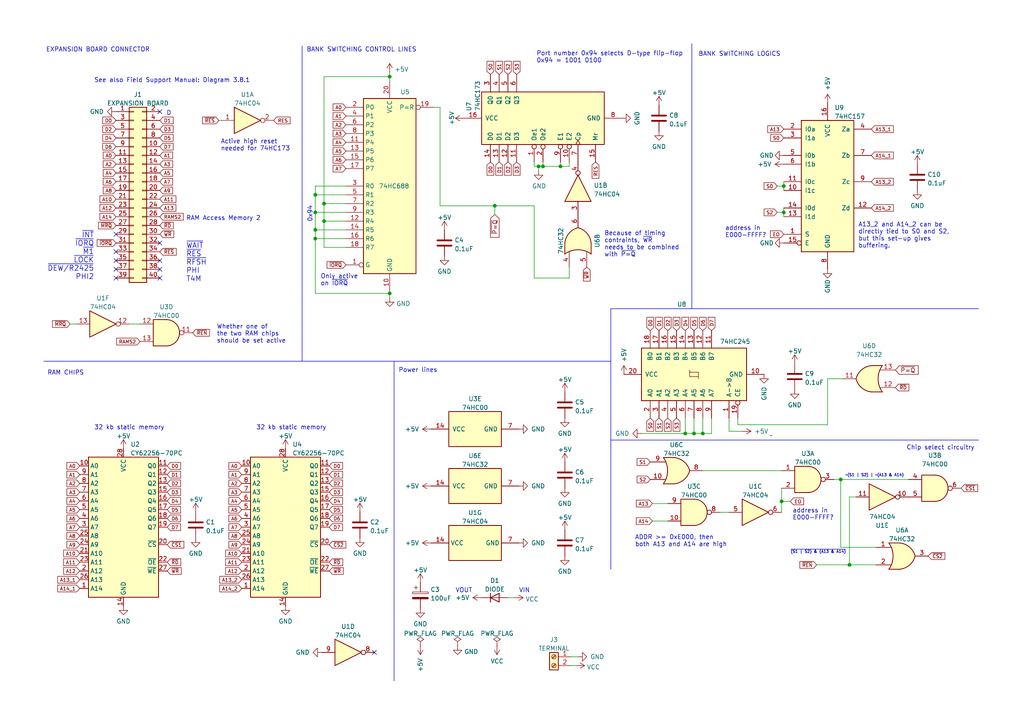
<source format=kicad_sch>
(kicad_sch (version 20230121) (generator eeschema)
  (paper "A4")
  (title_block (title "P2000T RAM expansion board") (date "2023-11-16") (rev "2"))
  (lib_symbols
    (symbol "74xx:74HC00" (pin_names (offset 1.016))
      (property "Reference" "U" (at 0 1.27 0))
      (property "Value" "74HC00" (at 0 -1.27 0))
      (symbol "74HC00_1_1"
        (pin input line (at -7.62 2.54 0) (length 3.81) (name "~") (number "1"))
        (pin input line (at -7.62 -2.54 0) (length 3.81) (name "~") (number "2"))
        (pin output inverted (at 7.62 0 180) (length 3.81) (name "~") (number "3"))
      )
      (symbol "74HC00_1_2"
        (pin input inverted (at -7.62 2.54 0) (length 4.318) (name "~") (number "1"))
        (pin input inverted (at -7.62 -2.54 0) (length 4.318) (name "~") (number "2"))
        (pin output line (at 7.62 0 180) (length 3.81) (name "~") (number "3"))
      )
      (symbol "74HC00_2_1"
        (pin input line (at -7.62 2.54 0) (length 3.81) (name "~") (number "4"))
        (pin input line (at -7.62 -2.54 0) (length 3.81) (name "~") (number "5"))
        (pin output inverted (at 7.62 0 180) (length 3.81) (name "~") (number "6"))
      )
      (symbol "74HC00_2_2"
        (pin input inverted (at -7.62 2.54 0) (length 4.318) (name "~") (number "4"))
        (pin input inverted (at -7.62 -2.54 0) (length 4.318) (name "~") (number "5"))
        (pin output line (at 7.62 0 180) (length 3.81) (name "~") (number "6"))
      )
      (symbol "74HC00_3_1"
        (pin input line (at -7.62 -2.54 0) (length 3.81) (name "~") (number "10"))
        (pin output inverted (at 7.62 0 180) (length 3.81) (name "~") (number "8"))
        (pin input line (at -7.62 2.54 0) (length 3.81) (name "~") (number "9"))
      )
      (symbol "74HC00_3_2"
        (pin input inverted (at -7.62 -2.54 0) (length 4.318) (name "~") (number "10"))
        (pin output line (at 7.62 0 180) (length 3.81) (name "~") (number "8"))
        (pin input inverted (at -7.62 2.54 0) (length 4.318) (name "~") (number "9"))
      )
      (symbol "74HC00_4_1"
        (pin output inverted (at 7.62 0 180) (length 3.81) (name "~") (number "11"))
        (pin input line (at -7.62 2.54 0) (length 3.81) (name "~") (number "12"))
        (pin input line (at -7.62 -2.54 0) (length 3.81) (name "~") (number "13"))
      )
      (symbol "74HC00_4_2"
        (pin output line (at 7.62 0 180) (length 3.81) (name "~") (number "11"))
        (pin input inverted (at -7.62 2.54 0) (length 4.318) (name "~") (number "12"))
        (pin input inverted (at -7.62 -2.54 0) (length 4.318) (name "~") (number "13"))
      )
      (symbol "74HC00_5_0"
        (pin power_in line (at 0 12.7 270) (length 5.08) (name "VCC") (number "14"))
        (pin power_in line (at 0 -12.7 90) (length 5.08) (name "GND") (number "7"))
      )
    )
    (symbol "74xx:74HC04"
      (property "Reference" "U" (at 0 1.27 0))
      (property "Value" "74HC04" (at 0 -1.27 0))
      (symbol "74HC04_1_0"
        (pin input line (at -7.62 0 0) (length 3.81) (name "~") (number "1"))
        (pin output inverted (at 7.62 0 180) (length 3.81) (name "~") (number "2"))
      )
      (symbol "74HC04_2_0"
        (pin input line (at -7.62 0 0) (length 3.81) (name "~") (number "3"))
        (pin output inverted (at 7.62 0 180) (length 3.81) (name "~") (number "4"))
      )
      (symbol "74HC04_3_0"
        (pin input line (at -7.62 0 0) (length 3.81) (name "~") (number "5"))
        (pin output inverted (at 7.62 0 180) (length 3.81) (name "~") (number "6"))
      )
      (symbol "74HC04_4_0"
        (pin output inverted (at 7.62 0 180) (length 3.81) (name "~") (number "8"))
        (pin input line (at -7.62 0 0) (length 3.81) (name "~") (number "9"))
      )
      (symbol "74HC04_5_0"
        (pin output inverted (at 7.62 0 180) (length 3.81) (name "~") (number "10"))
        (pin input line (at -7.62 0 0) (length 3.81) (name "~") (number "11"))
      )
      (symbol "74HC04_6_0"
        (pin output inverted (at 7.62 0 180) (length 3.81) (name "~") (number "12"))
        (pin input line (at -7.62 0 0) (length 3.81) (name "~") (number "13"))
      )
      (symbol "74HC04_7_0"
        (pin power_in line (at 0 12.7 270) (length 5.08) (name "VCC") (number "14"))
        (pin power_in line (at 0 -12.7 90) (length 5.08) (name "GND") (number "7"))
      )
    )
    (symbol "74xx:74LS157" (pin_names (offset 1.016))
      (property "Reference" "U" (at -7.62 19.05 0))
      (property "Value" "74LS157" (at -7.62 -21.59 0))
      (symbol "74LS157_1_0"
        (pin input line (at -12.7 -15.24 0) (length 5.08) (name "S") (number "1"))
        (pin input line (at -12.7 -2.54 0) (length 5.08) (name "I1c") (number "10"))
        (pin input line (at -12.7 0 0) (length 5.08) (name "I0c") (number "11"))
        (pin output line (at 12.7 -7.62 180) (length 5.08) (name "Zd") (number "12"))
        (pin input line (at -12.7 -10.16 0) (length 5.08) (name "I1d") (number "13"))
        (pin input line (at -12.7 -7.62 0) (length 5.08) (name "I0d") (number "14"))
        (pin input inverted (at -12.7 -17.78 0) (length 5.08) (name "E") (number "15"))
        (pin power_in line (at 0 22.86 270) (length 5.08) (name "VCC") (number "16"))
        (pin input line (at -12.7 15.24 0) (length 5.08) (name "I0a") (number "2"))
        (pin input line (at -12.7 12.7 0) (length 5.08) (name "I1a") (number "3"))
        (pin output line (at 12.7 15.24 180) (length 5.08) (name "Za") (number "4"))
        (pin input line (at -12.7 7.62 0) (length 5.08) (name "I0b") (number "5"))
        (pin input line (at -12.7 5.08 0) (length 5.08) (name "I1b") (number "6"))
        (pin output line (at 12.7 7.62 180) (length 5.08) (name "Zb") (number "7"))
        (pin power_in line (at 0 -25.4 90) (length 5.08) (name "GND") (number "8"))
        (pin output line (at 12.7 0 180) (length 5.08) (name "Zc") (number "9"))
      )
    )
    (symbol "74xx:74LS173" (pin_names (offset 1.016))
      (property "Reference" "U" (at -7.62 19.05 0))
      (property "Value" "74LS173" (at -7.62 -19.05 0))
      (symbol "74LS173_1_0"
        (pin input inverted (at -12.7 2.54 0) (length 5.08) (name "Oe1") (number "1"))
        (pin input inverted (at -12.7 -7.62 0) (length 5.08) (name "E2") (number "10"))
        (pin input line (at -12.7 7.62 0) (length 5.08) (name "D3") (number "11"))
        (pin input line (at -12.7 10.16 0) (length 5.08) (name "D2") (number "12"))
        (pin input line (at -12.7 12.7 0) (length 5.08) (name "D1") (number "13"))
        (pin input line (at -12.7 15.24 0) (length 5.08) (name "D0") (number "14"))
        (pin input line (at -12.7 -15.24 0) (length 5.08) (name "Mr") (number "15"))
        (pin power_in line (at 0 22.86 270) (length 5.08) (name "VCC") (number "16"))
        (pin input inverted (at -12.7 0 0) (length 5.08) (name "Oe2") (number "2"))
        (pin tri_state line (at 12.7 15.24 180) (length 5.08) (name "Q0") (number "3"))
        (pin tri_state line (at 12.7 12.7 180) (length 5.08) (name "Q1") (number "4"))
        (pin tri_state line (at 12.7 10.16 180) (length 5.08) (name "Q2") (number "5"))
        (pin tri_state line (at 12.7 7.62 180) (length 5.08) (name "Q3") (number "6"))
        (pin input clock (at -12.7 -10.16 0) (length 5.08) (name "Cp") (number "7"))
        (pin power_in line (at 0 -22.86 90) (length 5.08) (name "GND") (number "8"))
        (pin input inverted (at -12.7 -5.08 0) (length 5.08) (name "E1") (number "9"))
      )
    )
    (symbol "74xx:74LS245" (pin_names (offset 1.016))
      (property "Reference" "U8" (at 20.32 3.5814 90))
      (property "Value" "74HC245" (at 11.43 8.89 90))
      (symbol "74LS245_1_0"
        (pin input line (at -12.7 -10.16 0) (length 5.08) (name "A->B") (number "1"))
        (pin power_in line (at 0 -20.32 90) (length 5.08) (name "GND") (number "10"))
        (pin tri_state line (at 12.7 -5.08 180) (length 5.08) (name "B7") (number "11"))
        (pin tri_state line (at 12.7 -2.54 180) (length 5.08) (name "B6") (number "12"))
        (pin tri_state line (at 12.7 0 180) (length 5.08) (name "B5") (number "13"))
        (pin tri_state line (at 12.7 2.54 180) (length 5.08) (name "B4") (number "14"))
        (pin tri_state line (at 12.7 5.08 180) (length 5.08) (name "B3") (number "15"))
        (pin tri_state line (at 12.7 7.62 180) (length 5.08) (name "B2") (number "16"))
        (pin tri_state line (at 12.7 10.16 180) (length 5.08) (name "B1") (number "17"))
        (pin tri_state line (at 12.7 12.7 180) (length 5.08) (name "B0") (number "18"))
        (pin input inverted (at -12.7 -12.7 0) (length 5.08) (name "CE") (number "19"))
        (pin tri_state line (at -12.7 12.7 0) (length 5.08) (name "A0") (number "2"))
        (pin power_in line (at 0 20.32 270) (length 5.08) (name "VCC") (number "20"))
        (pin tri_state line (at -12.7 10.16 0) (length 5.08) (name "A1") (number "3"))
        (pin tri_state line (at -12.7 7.62 0) (length 5.08) (name "A2") (number "4"))
        (pin tri_state line (at -12.7 5.08 0) (length 5.08) (name "A3") (number "5"))
        (pin input line (at -12.7 2.54 0) (length 5.08) (name "A4") (number "6"))
        (pin input line (at -12.7 0 0) (length 5.08) (name "A5") (number "7"))
        (pin input line (at -12.7 -2.54 0) (length 5.08) (name "A6") (number "8"))
        (pin input line (at -12.7 -5.08 0) (length 5.08) (name "A7") (number "9"))
      )
    )
    (symbol "74xx:74LS32" (pin_names (offset 1.016))
      (property "Reference" "U" (at 0 1.27 0))
      (property "Value" "74LS32" (at 0 -1.27 0))
      (symbol "74LS32_1_1"
        (pin input line (at -7.62 2.54 0) (length 4.318) (name "~") (number "1"))
        (pin input line (at -7.62 -2.54 0) (length 4.318) (name "~") (number "2"))
        (pin output line (at 7.62 0 180) (length 3.81) (name "~") (number "3"))
      )
      (symbol "74LS32_1_2"
        (pin input inverted (at -7.62 2.54 0) (length 3.81) (name "~") (number "1"))
        (pin input inverted (at -7.62 -2.54 0) (length 3.81) (name "~") (number "2"))
        (pin output inverted (at 7.62 0 180) (length 3.81) (name "~") (number "3"))
      )
      (symbol "74LS32_2_1"
        (pin input line (at -7.62 2.54 0) (length 4.318) (name "~") (number "4"))
        (pin input line (at -7.62 -2.54 0) (length 4.318) (name "~") (number "5"))
        (pin output line (at 7.62 0 180) (length 3.81) (name "~") (number "6"))
      )
      (symbol "74LS32_2_2"
        (pin input inverted (at -7.62 2.54 0) (length 3.81) (name "~") (number "4"))
        (pin input inverted (at -7.62 -2.54 0) (length 3.81) (name "~") (number "5"))
        (pin output inverted (at 7.62 0 180) (length 3.81) (name "~") (number "6"))
      )
      (symbol "74LS32_3_1"
        (pin input line (at -7.62 -2.54 0) (length 4.318) (name "~") (number "10"))
        (pin output line (at 7.62 0 180) (length 3.81) (name "~") (number "8"))
        (pin input line (at -7.62 2.54 0) (length 4.318) (name "~") (number "9"))
      )
      (symbol "74LS32_3_2"
        (pin input inverted (at -7.62 -2.54 0) (length 3.81) (name "~") (number "10"))
        (pin output inverted (at 7.62 0 180) (length 3.81) (name "~") (number "8"))
        (pin input inverted (at -7.62 2.54 0) (length 3.81) (name "~") (number "9"))
      )
      (symbol "74LS32_4_1"
        (pin output line (at 7.62 0 180) (length 3.81) (name "~") (number "11"))
        (pin input line (at -7.62 2.54 0) (length 4.318) (name "~") (number "12"))
        (pin input line (at -7.62 -2.54 0) (length 4.318) (name "~") (number "13"))
      )
      (symbol "74LS32_4_2"
        (pin output inverted (at 7.62 0 180) (length 3.81) (name "~") (number "11"))
        (pin input inverted (at -7.62 2.54 0) (length 3.81) (name "~") (number "12"))
        (pin input inverted (at -7.62 -2.54 0) (length 3.81) (name "~") (number "13"))
      )
      (symbol "74LS32_5_0"
        (pin power_in line (at 0 12.7 270) (length 5.08) (name "VCC") (number "14"))
        (pin power_in line (at 0 -12.7 90) (length 5.08) (name "GND") (number "7"))
      )
    )
    (symbol "74xx:74LS688"
      (property "Reference" "U" (at -7.62 26.67 0))
      (property "Value" "74LS688" (at -7.62 -26.67 0))
      (symbol "74LS688_1_0"
        (pin input inverted (at -12.7 -22.86 0) (length 5.08) (name "G") (number "1"))
        (pin power_in line (at 0 -30.48 90) (length 5.08) (name "GND") (number "10"))
        (pin input line (at -12.7 12.7 0) (length 5.08) (name "P4") (number "11"))
        (pin input line (at -12.7 -10.16 0) (length 5.08) (name "R4") (number "12"))
        (pin input line (at -12.7 10.16 0) (length 5.08) (name "P5") (number "13"))
        (pin input line (at -12.7 -12.7 0) (length 5.08) (name "R5") (number "14"))
        (pin input line (at -12.7 7.62 0) (length 5.08) (name "P6") (number "15"))
        (pin input line (at -12.7 -15.24 0) (length 5.08) (name "R6") (number "16"))
        (pin input line (at -12.7 5.08 0) (length 5.08) (name "P7") (number "17"))
        (pin input line (at -12.7 -17.78 0) (length 5.08) (name "R7") (number "18"))
        (pin output inverted (at 12.7 22.86 180) (length 5.08) (name "P=R") (number "19"))
        (pin input line (at -12.7 22.86 0) (length 5.08) (name "P0") (number "2"))
        (pin power_in line (at 0 30.48 270) (length 5.08) (name "VCC") (number "20"))
        (pin input line (at -12.7 0 0) (length 5.08) (name "R0") (number "3"))
        (pin input line (at -12.7 20.32 0) (length 5.08) (name "P1") (number "4"))
        (pin input line (at -12.7 -2.54 0) (length 5.08) (name "R1") (number "5"))
        (pin input line (at -12.7 17.78 0) (length 5.08) (name "P2") (number "6"))
        (pin input line (at -12.7 -5.08 0) (length 5.08) (name "R2") (number "7"))
        (pin input line (at -12.7 15.24 0) (length 5.08) (name "P3") (number "8"))
        (pin input line (at -12.7 -7.62 0) (length 5.08) (name "R3") (number "9"))
      )
    )
    (symbol "Connector:Screw_Terminal_01x02" (pin_names (offset 1.016) hide)
      (property "Reference" "J" (at 0 2.54 0))
      (property "Value" "Screw_Terminal_01x02" (at 0 -5.08 0))
      (symbol "Screw_Terminal_01x02_1_1"
        (pin passive line (at -5.08 0 0) (length 3.81) (name "Pin_1") (number "1"))
        (pin passive line (at -5.08 -2.54 0) (length 3.81) (name "Pin_2") (number "2"))
      )
    )
    (symbol "Connector_Generic:Conn_02x20_Odd_Even" (pin_names (offset 1.016) hide)
      (property "Reference" "J" (at 1.27 25.4 0))
      (property "Value" "Conn_02x20_Odd_Even" (at 1.27 -27.94 0))
      (symbol "Conn_02x20_Odd_Even_1_1"
        (pin passive line (at -5.08 22.86 0) (length 3.81) (name "Pin_1") (number "1"))
        (pin passive line (at 7.62 12.7 180) (length 3.81) (name "Pin_10") (number "10"))
        (pin passive line (at -5.08 10.16 0) (length 3.81) (name "Pin_11") (number "11"))
        (pin passive line (at 7.62 10.16 180) (length 3.81) (name "Pin_12") (number "12"))
        (pin passive line (at -5.08 7.62 0) (length 3.81) (name "Pin_13") (number "13"))
        (pin passive line (at 7.62 7.62 180) (length 3.81) (name "Pin_14") (number "14"))
        (pin passive line (at -5.08 5.08 0) (length 3.81) (name "Pin_15") (number "15"))
        (pin passive line (at 7.62 5.08 180) (length 3.81) (name "Pin_16") (number "16"))
        (pin passive line (at -5.08 2.54 0) (length 3.81) (name "Pin_17") (number "17"))
        (pin passive line (at 7.62 2.54 180) (length 3.81) (name "Pin_18") (number "18"))
        (pin passive line (at -5.08 0 0) (length 3.81) (name "Pin_19") (number "19"))
        (pin passive line (at 7.62 22.86 180) (length 3.81) (name "Pin_2") (number "2"))
        (pin passive line (at 7.62 0 180) (length 3.81) (name "Pin_20") (number "20"))
        (pin passive line (at -5.08 -2.54 0) (length 3.81) (name "Pin_21") (number "21"))
        (pin passive line (at 7.62 -2.54 180) (length 3.81) (name "Pin_22") (number "22"))
        (pin passive line (at -5.08 -5.08 0) (length 3.81) (name "Pin_23") (number "23"))
        (pin passive line (at 7.62 -5.08 180) (length 3.81) (name "Pin_24") (number "24"))
        (pin passive line (at -5.08 -7.62 0) (length 3.81) (name "Pin_25") (number "25"))
        (pin passive line (at 7.62 -7.62 180) (length 3.81) (name "Pin_26") (number "26"))
        (pin passive line (at -5.08 -10.16 0) (length 3.81) (name "Pin_27") (number "27"))
        (pin passive line (at 7.62 -10.16 180) (length 3.81) (name "Pin_28") (number "28"))
        (pin passive line (at -5.08 -12.7 0) (length 3.81) (name "Pin_29") (number "29"))
        (pin passive line (at -5.08 20.32 0) (length 3.81) (name "Pin_3") (number "3"))
        (pin passive line (at 7.62 -12.7 180) (length 3.81) (name "Pin_30") (number "30"))
        (pin passive line (at -5.08 -15.24 0) (length 3.81) (name "Pin_31") (number "31"))
        (pin passive line (at 7.62 -15.24 180) (length 3.81) (name "Pin_32") (number "32"))
        (pin passive line (at -5.08 -17.78 0) (length 3.81) (name "Pin_33") (number "33"))
        (pin passive line (at 7.62 -17.78 180) (length 3.81) (name "Pin_34") (number "34"))
        (pin passive line (at -5.08 -20.32 0) (length 3.81) (name "Pin_35") (number "35"))
        (pin passive line (at 7.62 -20.32 180) (length 3.81) (name "Pin_36") (number "36"))
        (pin passive line (at -5.08 -22.86 0) (length 3.81) (name "Pin_37") (number "37"))
        (pin passive line (at 7.62 -22.86 180) (length 3.81) (name "Pin_38") (number "38"))
        (pin passive line (at -5.08 -25.4 0) (length 3.81) (name "Pin_39") (number "39"))
        (pin passive line (at 7.62 20.32 180) (length 3.81) (name "Pin_4") (number "4"))
        (pin passive line (at 7.62 -25.4 180) (length 3.81) (name "Pin_40") (number "40"))
        (pin passive line (at -5.08 17.78 0) (length 3.81) (name "Pin_5") (number "5"))
        (pin passive line (at 7.62 17.78 180) (length 3.81) (name "Pin_6") (number "6"))
        (pin passive line (at -5.08 15.24 0) (length 3.81) (name "Pin_7") (number "7"))
        (pin passive line (at 7.62 15.24 180) (length 3.81) (name "Pin_8") (number "8"))
        (pin passive line (at -5.08 12.7 0) (length 3.81) (name "Pin_9") (number "9"))
      )
    )
    (symbol "Device:C" (pin_numbers hide) (pin_names (offset 0.254))
      (property "Reference" "C" (at 0.635 2.54 0))
      (property "Value" "C" (at 0.635 -2.54 0))
      (symbol "C_1_1"
        (pin passive line (at 0 3.81 270) (length 2.794) (name "~") (number "1"))
        (pin passive line (at 0 -3.81 90) (length 2.794) (name "~") (number "2"))
      )
    )
    (symbol "Device:C_Polarized" (pin_numbers hide) (pin_names (offset 0.254))
      (property "Reference" "C" (at 0.635 2.54 0))
      (property "Value" "C_Polarized" (at 0.635 -2.54 0))
      (symbol "C_Polarized_1_1"
        (pin passive line (at 0 3.81 270) (length 2.794) (name "~") (number "1"))
        (pin passive line (at 0 -3.81 90) (length 2.794) (name "~") (number "2"))
      )
    )
    (symbol "Device:D" (pin_numbers hide) (pin_names (offset 1.016) hide)
      (property "Reference" "D" (at 0 2.54 0))
      (property "Value" "D" (at 0 -2.54 0))
      (symbol "D_1_1"
        (pin passive line (at -3.81 0 0) (length 2.54) (name "K") (number "1"))
        (pin passive line (at 3.81 0 180) (length 2.54) (name "A") (number "2"))
      )
    )
    (symbol "Memory_RAM:CY62256-70PC"
      (property "Reference" "U" (at -10.16 20.955 0))
      (property "Value" "CY62256-70PC" (at 2.54 20.955 0))
      (symbol "CY62256-70PC_0_0"
        (pin power_in line (at 0 -22.86 90) (length 2.54) (name "GND") (number "14"))
        (pin power_in line (at 0 22.86 270) (length 2.54) (name "VCC") (number "28"))
      )
      (symbol "CY62256-70PC_1_1"
        (pin input line (at -12.7 -17.78 0) (length 2.54) (name "A14") (number "1"))
        (pin input line (at -12.7 17.78 0) (length 2.54) (name "A0") (number "10"))
        (pin tri_state line (at 12.7 17.78 180) (length 2.54) (name "Q0") (number "11"))
        (pin tri_state line (at 12.7 15.24 180) (length 2.54) (name "Q1") (number "12"))
        (pin tri_state line (at 12.7 12.7 180) (length 2.54) (name "Q2") (number "13"))
        (pin tri_state line (at 12.7 10.16 180) (length 2.54) (name "Q3") (number "15"))
        (pin tri_state line (at 12.7 7.62 180) (length 2.54) (name "Q4") (number "16"))
        (pin tri_state line (at 12.7 5.08 180) (length 2.54) (name "Q5") (number "17"))
        (pin tri_state line (at 12.7 2.54 180) (length 2.54) (name "Q6") (number "18"))
        (pin tri_state line (at 12.7 0 180) (length 2.54) (name "Q7") (number "19"))
        (pin input line (at -12.7 -12.7 0) (length 2.54) (name "A12") (number "2"))
        (pin input line (at 12.7 -5.08 180) (length 2.54) (name "~{CS}") (number "20"))
        (pin input line (at -12.7 -7.62 0) (length 2.54) (name "A10") (number "21"))
        (pin input line (at 12.7 -10.16 180) (length 2.54) (name "~{OE}") (number "22"))
        (pin input line (at -12.7 -10.16 0) (length 2.54) (name "A11") (number "23"))
        (pin input line (at -12.7 -5.08 0) (length 2.54) (name "A9") (number "24"))
        (pin input line (at -12.7 -2.54 0) (length 2.54) (name "A8") (number "25"))
        (pin input line (at -12.7 -15.24 0) (length 2.54) (name "A13") (number "26"))
        (pin input line (at 12.7 -12.7 180) (length 2.54) (name "~{WE}") (number "27"))
        (pin input line (at -12.7 0 0) (length 2.54) (name "A7") (number "3"))
        (pin input line (at -12.7 2.54 0) (length 2.54) (name "A6") (number "4"))
        (pin input line (at -12.7 5.08 0) (length 2.54) (name "A5") (number "5"))
        (pin input line (at -12.7 7.62 0) (length 2.54) (name "A4") (number "6"))
        (pin input line (at -12.7 10.16 0) (length 2.54) (name "A3") (number "7"))
        (pin input line (at -12.7 12.7 0) (length 2.54) (name "A2") (number "8"))
        (pin input line (at -12.7 15.24 0) (length 2.54) (name "A1") (number "9"))
      )
    )
    (symbol "power:+5V" (power) (pin_names (offset 0))
      (property "Value" "+5V" (at 0 3.556 0))
      (symbol "+5V_1_1"
        (pin power_in line (at 0 0 90) (length 0) hide (name "+5V") (number "1"))
      )
    )
    (symbol "power:GND" (power) (pin_names (offset 0))
      (property "Value" "GND" (at 0 -3.81 0))
      (symbol "GND_1_1"
        (pin power_in line (at 0 0 270) (length 0) hide (name "GND") (number "1"))
      )
    )
    (symbol "power:PWR_FLAG" (power) (pin_numbers hide) (pin_names (offset 0) hide)
      (property "Value" "PWR_FLAG" (at 0 3.81 0))
      (symbol "PWR_FLAG_0_0"
        (pin power_out line (at 0 0 90) (length 0) (name "pwr") (number "1"))
      )
    )
    (symbol "power:VCC" (power) (pin_names (offset 0))
      (property "Value" "VCC" (at 0 3.81 0))
      (symbol "VCC_1_1"
        (pin power_in line (at 0 0 90) (length 0) hide (name "VCC") (number "1"))
      )
    )
  )
  (junction (at 201.295 125.73))
  (junction (at 156.21 48.26))
  (junction (at 203.835 125.73))
  (junction (at 91.44 66.675))
  (junction (at 91.44 69.215))
  (junction (at 143.51 59.69))
  (junction (at 113.03 85.09))
  (junction (at 227.33 53.975))
  (junction (at 243.84 139.065))
  (junction (at 198.755 125.73))
  (junction (at 93.98 59.055))
  (junction (at 113.03 22.225))
  (junction (at 246.38 163.83))
  (junction (at 226.695 145.415))
  (junction (at 91.44 61.595))
  (junction (at 227.33 61.595))
  (junction (at 93.98 64.135))
  (junction (at 157.48 48.26))
  (junction (at 162.56 48.26))
  (junction (at 91.44 56.515))
  (no_connect (at 46.355 80.645))
  (no_connect (at 33.655 75.565))
  (no_connect (at 46.355 70.485))
  (no_connect (at 33.655 80.645))
  (no_connect (at 33.655 78.105))
  (no_connect (at 46.355 75.565))
  (no_connect (at 46.355 32.385))
  (no_connect (at 46.355 78.105))
  (no_connect (at 33.655 73.025))
  (no_connect (at 108.585 189.23))
  (no_connect (at 33.655 67.945))
  (wire (pts (xy 91.44 53.975) (xy 91.44 56.515)))
  (wire (pts (xy 243.84 139.065) (xy 243.84 158.75)))
  (polyline (pts (xy 200.66 89.535) (xy 283.845 89.535)))
  (wire (pts (xy 227.33 61.595) (xy 227.33 62.865)))
  (wire (pts (xy 227.33 61.595) (xy 227.33 60.325)))
  (wire (pts (xy 127.635 31.115) (xy 127.635 59.69)))
  (wire (pts (xy 243.84 139.065) (xy 241.935 139.065)))
  (wire (pts (xy 201.295 125.73) (xy 203.835 125.73)))
  (wire (pts (xy 154.94 80.645) (xy 165.1 80.645)))
  (wire (pts (xy 240.03 109.855) (xy 240.03 123.19)))
  (wire (pts (xy 167.64 190.5) (xy 165.735 190.5)))
  (polyline (pts (xy 200.66 89.535) (xy 177.165 89.535)))
  (polyline (pts (xy 87.63 13.335) (xy 87.63 104.775)))
  (wire (pts (xy 243.84 139.065) (xy 263.525 139.065)))
  (wire (pts (xy 154.94 48.26) (xy 154.94 46.99)))
  (wire (pts (xy 248.285 144.145) (xy 246.38 144.145)))
  (wire (pts (xy 236.855 163.83) (xy 246.38 163.83)))
  (wire (pts (xy 100.33 71.755) (xy 93.98 71.755)))
  (wire (pts (xy 127.635 59.69) (xy 143.51 59.69)))
  (wire (pts (xy 113.03 85.09) (xy 113.03 86.36)))
  (wire (pts (xy 93.98 22.225) (xy 113.03 22.225)))
  (wire (pts (xy 100.33 59.055) (xy 93.98 59.055)))
  (polyline (pts (xy 200.66 12.7) (xy 200.66 89.535)))
  (wire (pts (xy 189.23 151.13) (xy 193.675 151.13)))
  (wire (pts (xy 91.44 56.515) (xy 91.44 61.595)))
  (wire (pts (xy 213.995 121.285) (xy 213.995 123.19)))
  (polyline (pts (xy 114.3 104.775) (xy 114.3 197.485)))
  (wire (pts (xy 93.98 22.225) (xy 93.98 59.055)))
  (polyline (pts (xy 177.165 127.635) (xy 283.845 127.635)))
  (wire (pts (xy 149.225 173.355) (xy 147.32 173.355)))
  (wire (pts (xy 165.1 46.99) (xy 165.1 48.26)))
  (wire (pts (xy 93.98 64.135) (xy 93.98 59.055)))
  (wire (pts (xy 189.23 146.05) (xy 193.675 146.05)))
  (wire (pts (xy 208.915 148.59) (xy 211.455 148.59)))
  (wire (pts (xy 125.73 31.115) (xy 127.635 31.115)))
  (wire (pts (xy 20.32 93.98) (xy 22.225 93.98)))
  (wire (pts (xy 162.56 48.26) (xy 162.56 46.99)))
  (wire (pts (xy 225.425 61.595) (xy 227.33 61.595)))
  (wire (pts (xy 143.51 59.69) (xy 143.51 62.23)))
  (wire (pts (xy 157.48 48.26) (xy 162.56 48.26)))
  (wire (pts (xy 91.44 66.675) (xy 100.33 66.675)))
  (wire (pts (xy 162.56 48.26) (xy 165.1 48.26)))
  (wire (pts (xy 91.44 69.215) (xy 100.33 69.215)))
  (wire (pts (xy 165.735 193.04) (xy 167.005 193.04)))
  (wire (pts (xy 203.835 121.285) (xy 203.835 125.73)))
  (wire (pts (xy 63.5 34.925) (xy 64.135 34.925)))
  (wire (pts (xy 198.755 121.285) (xy 198.755 125.73)))
  (wire (pts (xy 246.38 144.145) (xy 246.38 163.83)))
  (wire (pts (xy 157.48 48.26) (xy 157.48 46.99)))
  (wire (pts (xy 113.03 22.225) (xy 113.03 23.495)))
  (wire (pts (xy 186.055 125.73) (xy 198.755 125.73)))
  (wire (pts (xy 203.835 125.73) (xy 206.375 125.73)))
  (polyline (pts (xy 223.393 126.365) (xy 223.901 126.365)))
  (polyline (pts (xy 12.7 104.775) (xy 87.63 104.775)))
  (wire (pts (xy 226.695 141.605) (xy 226.695 145.415)))
  (wire (pts (xy 243.84 158.75) (xy 254 158.75)))
  (wire (pts (xy 227.33 53.975) (xy 227.33 55.245)))
  (wire (pts (xy 37.465 93.98) (xy 40.64 93.98)))
  (polyline (pts (xy 177.165 89.535) (xy 177.165 165.1)))
  (polyline (pts (xy 87.63 104.775) (xy 177.165 104.775)))
  (wire (pts (xy 91.44 69.215) (xy 91.44 85.09)))
  (wire (pts (xy 156.21 48.26) (xy 154.94 48.26)))
  (wire (pts (xy 156.21 49.53) (xy 156.21 48.26)))
  (wire (pts (xy 113.03 84.455) (xy 113.03 85.09)))
  (wire (pts (xy 154.94 59.69) (xy 154.94 80.645)))
  (wire (pts (xy 226.695 145.415) (xy 226.695 148.59)))
  (wire (pts (xy 206.375 125.73) (xy 206.375 121.285)))
  (wire (pts (xy 227.33 53.975) (xy 227.33 52.705)))
  (wire (pts (xy 211.455 121.285) (xy 211.455 125.095)))
  (wire (pts (xy 100.33 53.975) (xy 91.44 53.975)))
  (wire (pts (xy 93.98 71.755) (xy 93.98 64.135)))
  (wire (pts (xy 91.44 61.595) (xy 100.33 61.595)))
  (wire (pts (xy 91.44 66.675) (xy 91.44 69.215)))
  (wire (pts (xy 113.03 85.09) (xy 91.44 85.09)))
  (wire (pts (xy 156.21 48.26) (xy 157.48 48.26)))
  (wire (pts (xy 246.38 163.83) (xy 254 163.83)))
  (wire (pts (xy 113.03 20.955) (xy 113.03 22.225)))
  (wire (pts (xy 198.755 125.73) (xy 201.295 125.73)))
  (wire (pts (xy 203.835 136.525) (xy 226.695 136.525)))
  (wire (pts (xy 100.33 64.135) (xy 93.98 64.135)))
  (wire (pts (xy 91.44 56.515) (xy 100.33 56.515)))
  (wire (pts (xy 240.03 123.19) (xy 213.995 123.19)))
  (wire (pts (xy 201.295 121.285) (xy 201.295 125.73)))
  (wire (pts (xy 244.475 109.855) (xy 240.03 109.855)))
  (wire (pts (xy 225.425 53.975) (xy 227.33 53.975)))
  (wire (pts (xy 143.51 59.69) (xy 154.94 59.69)))
  (wire (pts (xy 91.44 61.595) (xy 91.44 66.675)))
  (wire (pts (xy 211.455 125.095) (xy 215.265 125.095)))
  (wire (pts (xy 165.1 80.645) (xy 165.1 77.47)))
  (wire (pts (xy 226.695 145.415) (xy 229.235 145.415)))
  (text "VIN" (at 150.495 172.085 0) (effects (font (size 1.27 1.27)) (justify left bottom)))
  (text "EXPANSION BOARD CONNECTOR" (at 13.335 15.24 0) (effects (font (size 1.27 1.27)) (justify left bottom)))
  (text "0x94" (at 90.678 64.516 90) (effects (font (size 1.27 1.27)) (justify left bottom)))
  (text "VOUT" (at 132.08 172.085 0) (effects (font (size 1.27 1.27)) (justify left bottom)))
  (text "32 kb static memory" (at 74.295 124.841 0) (effects (font (size 1.27 1.27)) (justify left bottom)))
  (text "~{INT}\n~{IORQ}\n~{M1}\n~{LOCK}\n~{DEW/R2425}\nPHI2" (at 27.305 81.28 0) (effects (font (size 1.5 1.5)) (justify right bottom)))
  (text "D" (at 48.26 33.655 0) (effects (font (size 1.27 1.27)) (justify left bottom)))
  (text "Only active\non ~{IORQ}" (at 92.964 83.058 0) (effects (font (size 1.27 1.27)) (justify left bottom)))
  (text "RAM Access Memory 2" (at 53.975 64.135 0) (effects (font (size 1.27 1.27)) (justify left bottom)))
  (text "address in\nE000-FFFF?" (at 229.87 151.003 0) (effects (font (size 1.27 1.27)) (justify left bottom)))
  (text "Because of timing\ncontraints, ~{WR}\nneeds to be combined\nwith ~{P=Q}" (at 175.26 74.676 0) (effects (font (size 1.27 1.27)) (justify left bottom)))
  (text "BANK SWITCHING LOGICS" (at 202.565 16.51 0) (effects (font (size 1.27 1.27)) (justify left bottom)))
  (text "address in\nE000-FFFF?" (at 210.312 69.088 0) (effects (font (size 1.27 1.27)) (justify left bottom)))
  (text "RAM CHIPS" (at 13.716 108.966 0) (effects (font (size 1.27 1.27)) (justify left bottom)))
  (text "See also Field Support Manual: Diagram 3.8.1" (at 27.305 24.13 0) (effects (font (size 1.27 1.27)) (justify left bottom)))
  (text "~{(S1 | S2) & (A13 & A14)}" (at 229.235 160.655 0) (effects (font (size 0.8 0.8)) (justify left bottom)))
  (text "Power lines" (at 115.57 108.204 0) (effects (font (size 1.27 1.27)) (justify left bottom)))
  (text "Chip select circuitry" (at 262.89 130.683 0) (effects (font (size 1.27 1.27)) (justify left bottom)))
  (text "BANK SWITCHING CONTROL LINES" (at 88.9 15.24 0) (effects (font (size 1.27 1.27)) (justify left bottom)))
  (text "32 kb static memory" (at 27.305 124.841 0) (effects (font (size 1.27 1.27)) (justify left bottom)))
  (text "A13_2 and A14_2 can be\ndirectly tied to S0 and S2,\nbut this set-up gives\nbuffering." (at 248.92 72.136 0) (effects (font (size 1.27 1.27)) (justify left bottom)))
  (text "ADDR >= 0xE000, then \nboth A13 and A14 are high" (at 184.15 158.75 0) (effects (font (size 1.27 1.27)) (justify left bottom)))
  (text "~{WAIT}\n~{RES}\n~{RFSH}\nPHI\nT4M" (at 53.975 81.915 0) (effects (font (size 1.5 1.5)) (justify left bottom)))
  (text "Active high reset\nneeded for 74HC173" (at 64.008 43.942 0) (effects (font (size 1.27 1.27)) (justify left bottom)))
  (text "Whether one of\nthe two RAM chips \nshould be set active" (at 62.865 99.695 0) (effects (font (size 1.27 1.27)) (justify left bottom)))
  (text "Port number 0x94 selects D-type flip-flop\n0x94 = 1001 0100" (at 155.575 18.415 0) (effects (font (size 1.27 1.27)) (justify left bottom)))
  (text "~(S1 | S2) | ~(A13 & A14)" (at 245.11 138.43 0) (effects (font (size 0.8 0.8)) (justify left bottom)))
  (global_label "~{CS1}" (shape input) (at 278.765 141.605 0) (effects (font (size 1 1))) (property "Intersheetrefs" "${INTERSHEET_REFS}" (effects hide)))
  (global_label "A13_1" (shape input) (at 252.73 37.465 0) (effects (font (size 1 1))) (property "Intersheetrefs" "${INTERSHEET_REFS}" (effects hide)))
  (global_label "A3" (shape input) (at 70.104 142.748 180) (effects (font (size 1 1))) (property "Intersheetrefs" "${INTERSHEET_REFS}" (effects hide)))
  (global_label "~{P=Q}" (shape input) (at 143.51 62.23 270) (property "Intersheetrefs" "${INTERSHEET_REFS}" (effects hide)))
  (global_label "D1" (shape input) (at 95.504 137.668 0) (effects (font (size 1 1))) (property "Intersheetrefs" "${INTERSHEET_REFS}" (effects hide)))
  (global_label "A2" (shape input) (at 100.33 36.195 180) (effects (font (size 1 1))) (property "Intersheetrefs" "${INTERSHEET_REFS}" (effects hide)))
  (global_label "A8" (shape input) (at 33.655 55.245 180) (effects (font (size 1 1))) (property "Intersheetrefs" "${INTERSHEET_REFS}" (effects hide)))
  (global_label "A10" (shape input) (at 23.114 160.528 180) (effects (font (size 1 1))) (property "Intersheetrefs" "${INTERSHEET_REFS}" (effects hide)))
  (global_label "S1" (shape input) (at 188.595 133.985 180) (effects (font (size 1 1))) (property "Intersheetrefs" "${INTERSHEET_REFS}" (effects hide)))
  (global_label "D5" (shape input) (at 95.504 147.828 0) (effects (font (size 1 1))) (property "Intersheetrefs" "${INTERSHEET_REFS}" (effects hide)))
  (global_label "A4" (shape input) (at 23.114 145.288 180) (effects (font (size 1 1))) (property "Intersheetrefs" "${INTERSHEET_REFS}" (effects hide)))
  (global_label "~{MRQ}" (shape input) (at 20.32 93.98 180) (effects (font (size 1 1))) (property "Intersheetrefs" "${INTERSHEET_REFS}" (effects hide)))
  (global_label "A2" (shape input) (at 70.104 140.208 180) (effects (font (size 1 1))) (property "Intersheetrefs" "${INTERSHEET_REFS}" (effects hide)))
  (global_label "A14_1" (shape input) (at 252.73 45.085 0) (effects (font (size 1 1))) (property "Intersheetrefs" "${INTERSHEET_REFS}" (effects hide)))
  (global_label "D7" (shape input) (at 206.375 95.885 90) (effects (font (size 1 1))) (property "Intersheetrefs" "${INTERSHEET_REFS}" (effects hide)))
  (global_label "A10" (shape input) (at 70.104 160.528 180) (effects (font (size 1 1))) (property "Intersheetrefs" "${INTERSHEET_REFS}" (effects hide)))
  (global_label "~{REN}" (shape input) (at 55.88 96.52 0) (effects (font (size 1 1))) (property "Intersheetrefs" "${INTERSHEET_REFS}" (effects hide)))
  (global_label "A3" (shape input) (at 100.33 38.735 180) (effects (font (size 1 1))) (property "Intersheetrefs" "${INTERSHEET_REFS}" (effects hide)))
  (global_label "D0" (shape input) (at 48.514 135.128 0) (effects (font (size 1 1))) (property "Intersheetrefs" "${INTERSHEET_REFS}" (effects hide)))
  (global_label "A13_2" (shape input) (at 70.104 168.148 180) (effects (font (size 1 1))) (property "Intersheetrefs" "${INTERSHEET_REFS}" (effects hide)))
  (global_label "S2" (shape input) (at 225.425 61.595 180) (effects (font (size 1 1))) (property "Intersheetrefs" "${INTERSHEET_REFS}" (effects hide)))
  (global_label "A6" (shape input) (at 33.655 52.705 180) (effects (font (size 1 1))) (property "Intersheetrefs" "${INTERSHEET_REFS}" (effects hide)))
  (global_label "A5" (shape input) (at 70.104 147.828 180) (effects (font (size 1 1))) (property "Intersheetrefs" "${INTERSHEET_REFS}" (effects hide)))
  (global_label "D4" (shape input) (at 33.655 40.005 180) (effects (font (size 1 1))) (property "Intersheetrefs" "${INTERSHEET_REFS}" (effects hide)))
  (global_label "D7" (shape input) (at 46.355 42.545 0) (effects (font (size 1 1))) (property "Intersheetrefs" "${INTERSHEET_REFS}" (effects hide)))
  (global_label "D0" (shape input) (at 188.595 95.885 90) (effects (font (size 1 1))) (property "Intersheetrefs" "${INTERSHEET_REFS}" (effects hide)))
  (global_label "D1" (shape input) (at 144.78 46.99 270) (effects (font (size 1 1))) (property "Intersheetrefs" "${INTERSHEET_REFS}" (effects hide)))
  (global_label "D3" (shape input) (at 149.86 46.99 270) (effects (font (size 1 1))) (property "Intersheetrefs" "${INTERSHEET_REFS}" (effects hide)))
  (global_label "A8" (shape input) (at 70.104 155.448 180) (effects (font (size 1 1))) (property "Intersheetrefs" "${INTERSHEET_REFS}" (effects hide)))
  (global_label "A12" (shape input) (at 23.114 165.608 180) (effects (font (size 1 1))) (property "Intersheetrefs" "${INTERSHEET_REFS}" (effects hide)))
  (global_label "A6" (shape input) (at 100.33 46.355 180) (effects (font (size 1 1))) (property "Intersheetrefs" "${INTERSHEET_REFS}" (effects hide)))
  (global_label "~{RD}" (shape input) (at 46.355 65.405 0) (effects (font (size 1 1))) (property "Intersheetrefs" "${INTERSHEET_REFS}" (effects hide)))
  (global_label "~{REN}" (shape input) (at 236.855 163.83 180) (effects (font (size 1 1))) (property "Intersheetrefs" "${INTERSHEET_REFS}" (effects hide)))
  (global_label "A6" (shape input) (at 70.104 150.368 180) (effects (font (size 1 1))) (property "Intersheetrefs" "${INTERSHEET_REFS}" (effects hide)))
  (global_label "A10" (shape input) (at 33.655 57.785 180) (effects (font (size 1 1))) (property "Intersheetrefs" "${INTERSHEET_REFS}" (effects hide)))
  (global_label "D5" (shape input) (at 201.295 95.885 90) (effects (font (size 1 1))) (property "Intersheetrefs" "${INTERSHEET_REFS}" (effects hide)))
  (global_label "~{RD}" (shape input) (at 259.715 112.395 0) (effects (font (size 1 1))) (property "Intersheetrefs" "${INTERSHEET_REFS}" (effects hide)))
  (global_label "S3" (shape input) (at 196.215 121.285 270) (effects (font (size 1 1))) (property "Intersheetrefs" "${INTERSHEET_REFS}" (effects hide)))
  (global_label "D3" (shape input) (at 46.355 37.465 0) (effects (font (size 1 1))) (property "Intersheetrefs" "${INTERSHEET_REFS}" (effects hide)))
  (global_label "A2" (shape input) (at 33.655 47.625 180) (effects (font (size 1 1))) (property "Intersheetrefs" "${INTERSHEET_REFS}" (effects hide)))
  (global_label "A13_2" (shape input) (at 252.73 52.705 0) (effects (font (size 1 1))) (property "Intersheetrefs" "${INTERSHEET_REFS}" (effects hide)))
  (global_label "D0" (shape input) (at 142.24 46.99 270) (effects (font (size 1 1))) (property "Intersheetrefs" "${INTERSHEET_REFS}" (effects hide)))
  (global_label "D3" (shape input) (at 95.504 142.748 0) (effects (font (size 1 1))) (property "Intersheetrefs" "${INTERSHEET_REFS}" (effects hide)))
  (global_label "A13" (shape input) (at 189.23 146.05 180) (effects (font (size 1 1))) (property "Intersheetrefs" "${INTERSHEET_REFS}" (effects hide)))
  (global_label "D6" (shape input) (at 33.655 42.545 180) (effects (font (size 1 1))) (property "Intersheetrefs" "${INTERSHEET_REFS}" (effects hide)))
  (global_label "RES" (shape input) (at 172.72 46.99 270) (effects (font (size 1 1))) (property "Intersheetrefs" "${INTERSHEET_REFS}" (effects hide)))
  (global_label "A14_2" (shape input) (at 252.73 60.325 0) (effects (font (size 1 1))) (property "Intersheetrefs" "${INTERSHEET_REFS}" (effects hide)))
  (global_label "S0" (shape input) (at 188.595 121.285 270) (effects (font (size 1 1))) (property "Intersheetrefs" "${INTERSHEET_REFS}" (effects hide)))
  (global_label "D5" (shape input) (at 46.355 40.005 0) (effects (font (size 1 1))) (property "Intersheetrefs" "${INTERSHEET_REFS}" (effects hide)))
  (global_label "A0" (shape input) (at 70.104 135.128 180) (effects (font (size 1 1))) (property "Intersheetrefs" "${INTERSHEET_REFS}" (effects hide)))
  (global_label "S2" (shape input) (at 147.32 21.59 90) (effects (font (size 1 1))) (property "Intersheetrefs" "${INTERSHEET_REFS}" (effects hide)))
  (global_label "A13" (shape input) (at 227.33 37.465 180) (effects (font (size 1 1))) (property "Intersheetrefs" "${INTERSHEET_REFS}" (effects hide)))
  (global_label "A0" (shape input) (at 33.655 45.085 180) (effects (font (size 1 1))) (property "Intersheetrefs" "${INTERSHEET_REFS}" (effects hide)))
  (global_label "D7" (shape input) (at 48.514 152.908 0) (effects (font (size 1 1))) (property "Intersheetrefs" "${INTERSHEET_REFS}" (effects hide)))
  (global_label "~{CS1}" (shape input) (at 48.514 157.988 0) (effects (font (size 1 1))) (property "Intersheetrefs" "${INTERSHEET_REFS}" (effects hide)))
  (global_label "D0" (shape input) (at 95.504 135.128 0) (effects (font (size 1 1))) (property "Intersheetrefs" "${INTERSHEET_REFS}" (effects hide)))
  (global_label "RAMS2" (shape input) (at 46.355 62.865 0) (effects (font (size 1 1))) (property "Intersheetrefs" "${INTERSHEET_REFS}" (effects hide)))
  (global_label "D6" (shape input) (at 95.504 150.368 0) (effects (font (size 1 1))) (property "Intersheetrefs" "${INTERSHEET_REFS}" (effects hide)))
  (global_label "A7" (shape input) (at 23.114 152.908 180) (effects (font (size 1 1))) (property "Intersheetrefs" "${INTERSHEET_REFS}" (effects hide)))
  (global_label "A14_1" (shape input) (at 23.114 170.688 180) (effects (font (size 1 1))) (property "Intersheetrefs" "${INTERSHEET_REFS}" (effects hide)))
  (global_label "S1" (shape input) (at 191.135 121.285 270) (effects (font (size 1 1))) (property "Intersheetrefs" "${INTERSHEET_REFS}" (effects hide)))
  (global_label "D1" (shape input) (at 191.135 95.885 90) (effects (font (size 1 1))) (property "Intersheetrefs" "${INTERSHEET_REFS}" (effects hide)))
  (global_label "RES" (shape input) (at 79.375 34.925 0) (effects (font (size 1 1))) (property "Intersheetrefs" "${INTERSHEET_REFS}" (effects hide)))
  (global_label "~{WR}" (shape input) (at 46.355 67.945 0) (effects (font (size 1 1))) (property "Intersheetrefs" "${INTERSHEET_REFS}" (effects hide)))
  (global_label "S2" (shape input) (at 193.675 121.285 270) (effects (font (size 1 1))) (property "Intersheetrefs" "${INTERSHEET_REFS}" (effects hide)))
  (global_label "A14" (shape input) (at 189.23 151.13 180) (effects (font (size 1 1))) (property "Intersheetrefs" "${INTERSHEET_REFS}" (effects hide)))
  (global_label "RAMS2" (shape input) (at 40.64 99.06 180) (effects (font (size 1 1))) (property "Intersheetrefs" "${INTERSHEET_REFS}" (effects hide)))
  (global_label "A1" (shape input) (at 100.33 33.655 180) (effects (font (size 1 1))) (property "Intersheetrefs" "${INTERSHEET_REFS}" (effects hide)))
  (global_label "A4" (shape input) (at 100.33 41.275 180) (effects (font (size 1 1))) (property "Intersheetrefs" "${INTERSHEET_REFS}" (effects hide)))
  (global_label "S3" (shape input) (at 149.86 21.59 90) (effects (font (size 1 1))) (property "Intersheetrefs" "${INTERSHEET_REFS}" (effects hide)))
  (global_label "A3" (shape input) (at 46.355 47.625 0) (effects (font (size 1 1))) (property "Intersheetrefs" "${INTERSHEET_REFS}" (effects hide)))
  (global_label "A9" (shape input) (at 46.355 55.245 0) (effects (font (size 1 1))) (property "Intersheetrefs" "${INTERSHEET_REFS}" (effects hide)))
  (global_label "~{WR}" (shape input) (at 170.18 77.47 270) (effects (font (size 1 1))) (property "Intersheetrefs" "${INTERSHEET_REFS}" (effects hide)))
  (global_label "S1" (shape input) (at 144.78 21.59 90) (effects (font (size 1 1))) (property "Intersheetrefs" "${INTERSHEET_REFS}" (effects hide)))
  (global_label "~{RD}" (shape input) (at 95.504 163.068 0) (effects (font (size 1 1))) (property "Intersheetrefs" "${INTERSHEET_REFS}" (effects hide)))
  (global_label "A11" (shape input) (at 46.355 57.785 0) (effects (font (size 1 1))) (property "Intersheetrefs" "${INTERSHEET_REFS}" (effects hide)))
  (global_label "A11" (shape input) (at 70.104 163.068 180) (effects (font (size 1 1))) (property "Intersheetrefs" "${INTERSHEET_REFS}" (effects hide)))
  (global_label "A5" (shape input) (at 46.355 50.165 0) (effects (font (size 1 1))) (property "Intersheetrefs" "${INTERSHEET_REFS}" (effects hide)))
  (global_label "D7" (shape input) (at 95.504 152.908 0) (effects (font (size 1 1))) (property "Intersheetrefs" "${INTERSHEET_REFS}" (effects hide)))
  (global_label "D1" (shape input) (at 48.514 137.668 0) (effects (font (size 1 1))) (property "Intersheetrefs" "${INTERSHEET_REFS}" (effects hide)))
  (global_label "EO" (shape input) (at 229.235 145.415 0) (effects (font (size 1 1))) (property "Intersheetrefs" "${INTERSHEET_REFS}" (effects hide)))
  (global_label "A14" (shape input) (at 33.655 62.865 180) (effects (font (size 1 1))) (property "Intersheetrefs" "${INTERSHEET_REFS}" (effects hide)))
  (global_label "D6" (shape input) (at 203.835 95.885 90) (effects (font (size 1 1))) (property "Intersheetrefs" "${INTERSHEET_REFS}" (effects hide)))
  (global_label "D2" (shape input) (at 193.675 95.885 90) (effects (font (size 1 1))) (property "Intersheetrefs" "${INTERSHEET_REFS}" (effects hide)))
  (global_label "~{CS2}" (shape input) (at 269.24 161.29 0) (effects (font (size 1 1))) (property "Intersheetrefs" "${INTERSHEET_REFS}" (effects hide)))
  (global_label "D0" (shape input) (at 33.655 34.925 180) (effects (font (size 1 1))) (property "Intersheetrefs" "${INTERSHEET_REFS}" (effects hide)))
  (global_label "S0" (shape input) (at 225.425 53.975 180) (effects (font (size 1 1))) (property "Intersheetrefs" "${INTERSHEET_REFS}" (effects hide)))
  (global_label "A4" (shape input) (at 70.104 145.288 180) (effects (font (size 1 1))) (property "Intersheetrefs" "${INTERSHEET_REFS}" (effects hide)))
  (global_label "A1" (shape input) (at 46.355 45.085 0) (effects (font (size 1 1))) (property "Intersheetrefs" "${INTERSHEET_REFS}" (effects hide)))
  (global_label "A14_2" (shape input) (at 70.104 170.688 180) (effects (font (size 1 1))) (property "Intersheetrefs" "${INTERSHEET_REFS}" (effects hide)))
  (global_label "A13" (shape input) (at 46.355 60.325 0) (effects (font (size 1 1))) (property "Intersheetrefs" "${INTERSHEET_REFS}" (effects hide)))
  (global_label "A2" (shape input) (at 23.114 140.208 180) (effects (font (size 1 1))) (property "Intersheetrefs" "${INTERSHEET_REFS}" (effects hide)))
  (global_label "A3" (shape input) (at 23.114 142.748 180) (effects (font (size 1 1))) (property "Intersheetrefs" "${INTERSHEET_REFS}" (effects hide)))
  (global_label "A9" (shape input) (at 23.114 157.988 180) (effects (font (size 1 1))) (property "Intersheetrefs" "${INTERSHEET_REFS}" (effects hide)))
  (global_label "A7" (shape input) (at 46.355 52.705 0) (effects (font (size 1 1))) (property "Intersheetrefs" "${INTERSHEET_REFS}" (effects hide)))
  (global_label "~{MRQ}" (shape input) (at 33.655 65.405 180) (effects (font (size 1 1))) (property "Intersheetrefs" "${INTERSHEET_REFS}" (effects hide)))
  (global_label "D5" (shape input) (at 48.514 147.828 0) (effects (font (size 1 1))) (property "Intersheetrefs" "${INTERSHEET_REFS}" (effects hide)))
  (global_label "~{P=Q}" (shape input) (at 259.715 107.315 0) (property "Intersheetrefs" "${INTERSHEET_REFS}" (effects hide)))
  (global_label "A12" (shape input) (at 33.655 60.325 180) (effects (font (size 1 1))) (property "Intersheetrefs" "${INTERSHEET_REFS}" (effects hide)))
  (global_label "D4" (shape input) (at 198.755 95.885 90) (effects (font (size 1 1))) (property "Intersheetrefs" "${INTERSHEET_REFS}" (effects hide)))
  (global_label "A12" (shape input) (at 70.104 165.608 180) (effects (font (size 1 1))) (property "Intersheetrefs" "${INTERSHEET_REFS}" (effects hide)))
  (global_label "A1" (shape input) (at 23.114 137.668 180) (effects (font (size 1 1))) (property "Intersheetrefs" "${INTERSHEET_REFS}" (effects hide)))
  (global_label "A0" (shape input) (at 23.114 135.128 180) (effects (font (size 1 1))) (property "Intersheetrefs" "${INTERSHEET_REFS}" (effects hide)))
  (global_label "~{WR}" (shape input) (at 95.504 165.608 0) (effects (font (size 1 1))) (property "Intersheetrefs" "${INTERSHEET_REFS}" (effects hide)))
  (global_label "D4" (shape input) (at 95.504 145.288 0) (effects (font (size 1 1))) (property "Intersheetrefs" "${INTERSHEET_REFS}" (effects hide)))
  (global_label "~{RES}" (shape input) (at 46.355 73.025 0) (effects (font (size 1 1))) (property "Intersheetrefs" "${INTERSHEET_REFS}" (effects hide)))
  (global_label "D6" (shape input) (at 48.514 150.368 0) (effects (font (size 1 1))) (property "Intersheetrefs" "${INTERSHEET_REFS}" (effects hide)))
  (global_label "~{CS2}" (shape input) (at 95.504 157.988 0) (effects (font (size 1 1))) (property "Intersheetrefs" "${INTERSHEET_REFS}" (effects hide)))
  (global_label "A9" (shape input) (at 70.104 157.988 180) (effects (font (size 1 1))) (property "Intersheetrefs" "${INTERSHEET_REFS}" (effects hide)))
  (global_label "D2" (shape input) (at 147.32 46.99 270) (effects (font (size 1 1))) (property "Intersheetrefs" "${INTERSHEET_REFS}" (effects hide)))
  (global_label "~{IORQ}" (shape input) (at 33.655 70.485 180) (effects (font (size 1 1))) (property "Intersheetrefs" "${INTERSHEET_REFS}" (effects hide)))
  (global_label "S0" (shape input) (at 142.24 21.59 90) (effects (font (size 1 1))) (property "Intersheetrefs" "${INTERSHEET_REFS}" (effects hide)))
  (global_label "S2" (shape input) (at 188.595 139.065 180) (effects (font (size 1 1))) (property "Intersheetrefs" "${INTERSHEET_REFS}" (effects hide)))
  (global_label "D2" (shape input) (at 33.655 37.465 180) (effects (font (size 1 1))) (property "Intersheetrefs" "${INTERSHEET_REFS}" (effects hide)))
  (global_label "~{IORQ}" (shape input) (at 100.33 76.835 180) (effects (font (size 1 1))) (property "Intersheetrefs" "${INTERSHEET_REFS}" (effects hide)))
  (global_label "D1" (shape input) (at 46.355 34.925 0) (effects (font (size 1 1))) (property "Intersheetrefs" "${INTERSHEET_REFS}" (effects hide)))
  (global_label "A11" (shape input) (at 23.114 163.068 180) (effects (font (size 1 1))) (property "Intersheetrefs" "${INTERSHEET_REFS}" (effects hide)))
  (global_label "A6" (shape input) (at 23.114 150.368 180) (effects (font (size 1 1))) (property "Intersheetrefs" "${INTERSHEET_REFS}" (effects hide)))
  (global_label "A7" (shape input) (at 100.33 48.895 180) (effects (font (size 1 1))) (property "Intersheetrefs" "${INTERSHEET_REFS}" (effects hide)))
  (global_label "S0" (shape input) (at 227.33 40.005 180) (effects (font (size 1 1))) (property "Intersheetrefs" "${INTERSHEET_REFS}" (effects hide)))
  (global_label "A0" (shape input) (at 100.33 31.115 180) (effects (font (size 1 1))) (property "Intersheetrefs" "${INTERSHEET_REFS}" (effects hide)))
  (global_label "D4" (shape input) (at 48.514 145.288 0) (effects (font (size 1 1))) (property "Intersheetrefs" "${INTERSHEET_REFS}" (effects hide)))
  (global_label "A8" (shape input) (at 23.114 155.448 180) (effects (font (size 1 1))) (property "Intersheetrefs" "${INTERSHEET_REFS}" (effects hide)))
  (global_label "A13_1" (shape input) (at 23.114 168.148 180) (effects (font (size 1 1))) (property "Intersheetrefs" "${INTERSHEET_REFS}" (effects hide)))
  (global_label "D2" (shape input) (at 95.504 140.208 0) (effects (font (size 1 1))) (property "Intersheetrefs" "${INTERSHEET_REFS}" (effects hide)))
  (global_label "~{WR}" (shape input) (at 48.514 165.608 0) (effects (font (size 1 1))) (property "Intersheetrefs" "${INTERSHEET_REFS}" (effects hide)))
  (global_label "A7" (shape input) (at 70.104 152.908 180) (effects (font (size 1 1))) (property "Intersheetrefs" "${INTERSHEET_REFS}" (effects hide)))
  (global_label "D3" (shape input) (at 196.215 95.885 90) (effects (font (size 1 1))) (property "Intersheetrefs" "${INTERSHEET_REFS}" (effects hide)))
  (global_label "~{RD}" (shape input) (at 48.514 163.068 0) (effects (font (size 1 1))) (property "Intersheetrefs" "${INTERSHEET_REFS}" (effects hide)))
  (global_label "D2" (shape input) (at 48.514 140.208 0) (effects (font (size 1 1))) (property "Intersheetrefs" "${INTERSHEET_REFS}" (effects hide)))
  (global_label "A5" (shape input) (at 23.114 147.828 180) (effects (font (size 1 1))) (property "Intersheetrefs" "${INTERSHEET_REFS}" (effects hide)))
  (global_label "EO" (shape input) (at 227.33 67.945 180) (effects (font (size 1 1))) (property "Intersheetrefs" "${INTERSHEET_REFS}" (effects hide)))
  (global_label "D3" (shape input) (at 48.514 142.748 0) (effects (font (size 1 1))) (property "Intersheetrefs" "${INTERSHEET_REFS}" (effects hide)))
  (global_label "~{RES}" (shape input) (at 63.5 34.925 180) (effects (font (size 1 1))) (property "Intersheetrefs" "${INTERSHEET_REFS}" (effects hide)))
  (global_label "A1" (shape input) (at 70.104 137.668 180) (effects (font (size 1 1))) (property "Intersheetrefs" "${INTERSHEET_REFS}" (effects hide)))
  (global_label "A4" (shape input) (at 33.655 50.165 180) (effects (font (size 1 1))) (property "Intersheetrefs" "${INTERSHEET_REFS}" (effects hide)))
  (global_label "A5" (shape input) (at 100.33 43.815 180) (effects (font (size 1 1))) (property "Intersheetrefs" "${INTERSHEET_REFS}" (effects hide)))
  (symbol (lib_id "power:PWR_FLAG") (at 144.145 187.325 0) (unit 1)
    (property "Reference" "#FLG03" (effects hide))
    (property "Value" "PWR_FLAG" (at 144.145 183.7492 0))
  )
  (symbol (lib_id "power:+5V") (at 215.265 125.095 270) (unit 1)
    (property "Reference" "#PWR045" (effects hide))
    (property "Value" "+5V" (at 222.885 125.095 90) (effects (justify right)))
  )
  (symbol (lib_id "Device:C") (at 266.065 51.435 0) (unit 1)
    (property "Reference" "C10" (at 268.986 50.6003 0) (effects (justify left)))
    (property "Value" "0.1uF" (at 268.986 53.1372 0) (effects (justify left)))
    (property "Footprint" "Capacitor_SMD:C_0805_2012Metric_Pad1.18x1.45mm_HandSolder" (effects hide))
    (property "LCSC Part" "C49678" (effects hide))
  )
  (symbol (lib_id "power:+5V") (at 163.83 153.67 0) (unit 1)
    (property "Reference" "#PWR034" (effects hide))
    (property "Value" "+5V" (at 163.83 150.0942 0))
  )
  (symbol (lib_id "power:GND") (at 227.33 70.485 270) (unit 1)
    (property "Reference" "#PWR050" (effects hide))
    (property "Value" "GND" (at 220.345 70.485 90) (effects (justify left)))
  )
  (symbol (lib_id "power:GND") (at 186.055 125.73 270) (unit 1)
    (property "Reference" "#PWR042" (effects hide))
    (property "Value" "GND" (at 178.435 125.73 90) (effects (justify left)))
  )
  (symbol (lib_id "power:+5V") (at 163.83 113.665 0) (unit 1)
    (property "Reference" "#PWR030" (effects hide))
    (property "Value" "+5V" (at 163.83 110.0892 0))
  )
  (symbol (lib_id "power:+5V") (at 56.769 148.463 0) (unit 1)
    (property "Reference" "#PWR04" (effects hide))
    (property "Value" "+5V" (at 56.769 144.8872 0))
  )
  (symbol (lib_id "Memory_RAM:CY62256-70PC") (at 82.804 152.908 0) (unit 1)
    (property "Reference" "U4" (at 84.8234 128.8882 0) (effects (justify left)))
    (property "Value" "CY62256-70PC" (at 84.8234 131.4251 0) (effects (justify left)))
    (property "Footprint" "Package_SO:TSOP-I-28_11.8x8mm_P0.55mm" (effects hide))
    (property "Datasheet" "https://ecee.colorado.edu/~mcclurel/Cypress_SRAM_CY62256.pdf" (effects hide))
    (property "LCSC Part" "C2759940" (effects hide))
  )
  (symbol (lib_id "power:VCC") (at 144.145 187.325 180) (unit 1)
    (property "Reference" "#PWR024" (effects hide))
    (property "Value" "VCC" (at 142.24 191.77 0) (effects (justify right)))
  )
  (symbol (lib_id "74xx:74HC00") (at 271.145 141.605 0) (unit 2)
    (property "Reference" "U3" (at 271.145 132.08 0))
    (property "Value" "74HC00" (at 271.145 134.62 0))
    (property "Footprint" "Package_SO:SOIC-14_3.9x8.7mm_P1.27mm" (effects hide))
    (property "Datasheet" "http://www.ti.com/lit/gpn/sn74hc00" (effects hide))
    (property "LCSC Part" "C10090" (effects hide))
  )
  (symbol (lib_id "74xx:74HC04") (at 167.64 54.61 90) (unit 2)
    (property "Reference" "U1" (at 172.212 53.7753 90) (effects (justify right)))
    (property "Value" "74HC04" (at 172.212 56.3122 90) (effects (justify right)))
    (property "Footprint" "Package_SO:SOIC-14_3.9x8.7mm_P1.27mm" (effects hide))
    (property "Datasheet" "https://assets.nexperia.com/documents/data-sheet/74HC_HCT04.pdf" (effects hide))
    (property "LCSC Part" "C5586" (effects hide))
  )
  (symbol (lib_id "Device:C") (at 56.769 152.273 0) (unit 1)
    (property "Reference" "C1" (at 59.69 151.4383 0) (effects (justify left)))
    (property "Value" "0.1uF" (at 59.69 153.9752 0) (effects (justify left)))
    (property "Footprint" "Capacitor_SMD:C_0805_2012Metric_Pad1.18x1.45mm_HandSolder" (effects hide))
    (property "LCSC Part" "C49678" (effects hide))
  )
  (symbol (lib_id "power:VCC") (at 167.005 193.04 270) (unit 1)
    (property "Reference" "#PWR038" (effects hide))
    (property "Value" "VCC" (at 170.18 193.4738 90) (effects (justify left)))
  )
  (symbol (lib_id "power:GND") (at 121.92 176.53 0) (unit 1)
    (property "Reference" "#PWR014" (effects hide))
    (property "Value" "GND" (at 121.92 180.9734 0))
  )
  (symbol (lib_id "power:+5V") (at 82.804 130.048 0) (unit 1)
    (property "Reference" "#PWR06" (effects hide))
    (property "Value" "+5V" (at 82.804 126.4722 0))
  )
  (symbol (lib_id "Device:C") (at 128.905 70.485 0) (unit 1)
    (property "Reference" "C4" (at 131.826 69.6503 0) (effects (justify left)))
    (property "Value" "0.1uF" (at 131.826 72.1872 0) (effects (justify left)))
    (property "Footprint" "Capacitor_SMD:C_0805_2012Metric_Pad1.18x1.45mm_HandSolder" (effects hide))
    (property "LCSC Part" "C49678" (effects hide))
  )
  (symbol (lib_id "Device:C") (at 163.83 117.475 0) (unit 1)
    (property "Reference" "C5" (at 166.751 116.6403 0) (effects (justify left)))
    (property "Value" "0.1uF" (at 166.751 119.1772 0) (effects (justify left)))
    (property "Footprint" "Capacitor_SMD:C_0805_2012Metric_Pad1.18x1.45mm_HandSolder" (effects hide))
    (property "LCSC Part" "C49678" (effects hide))
  )
  (symbol (lib_id "power:+5V") (at 35.814 130.048 0) (unit 1)
    (property "Reference" "#PWR02" (effects hide))
    (property "Value" "+5V" (at 35.814 126.4722 0))
  )
  (symbol (lib_id "power:GND") (at 150.495 140.97 90) (unit 1)
    (property "Reference" "#PWR027" (effects hide))
    (property "Value" "GND" (at 158.115 140.97 90) (effects (justify left)))
  )
  (symbol (lib_id "power:+5V") (at 230.505 105.41 0) (unit 1)
    (property "Reference" "#PWR051" (effects hide))
    (property "Value" "+5V" (at 230.505 101.8342 0))
  )
  (symbol (lib_id "74xx:74LS32") (at 252.095 109.855 180) (unit 4)
    (property "Reference" "U6" (at 252.095 100.33 0))
    (property "Value" "74HC32" (at 252.095 102.87 0))
    (property "Footprint" "Package_SO:SOIC-14_3.9x8.7mm_P1.27mm" (effects hide))
    (property "Datasheet" "http://www.ti.com/lit/gpn/sn74LS32" (effects hide))
    (property "LCSC Part" "C5632" (effects hide))
  )
  (symbol (lib_id "74xx:74LS32") (at 167.64 69.85 90) (unit 2)
    (property "Reference" "U6" (at 173.228 69.85 0))
    (property "Value" "74HC32" (at 162.6671 69.85 0))
    (property "Footprint" "Package_SO:SOIC-14_3.9x8.7mm_P1.27mm" (effects hide))
    (property "Datasheet" "http://www.ti.com/lit/gpn/sn74LS32" (effects hide))
    (property "LCSC Part" "C5632" (effects hide))
  )
  (symbol (lib_id "power:+5V") (at 191.135 30.48 0) (unit 1)
    (property "Reference" "#PWR043" (effects hide))
    (property "Value" "+5V" (at 191.135 26.9042 0))
  )
  (symbol (lib_id "power:PWR_FLAG") (at 121.92 187.325 0) (unit 1)
    (property "Reference" "#FLG01" (effects hide))
    (property "Value" "PWR_FLAG" (at 121.92 183.7492 0))
  )
  (symbol (lib_id "power:GND") (at 163.83 141.605 0) (unit 1)
    (property "Reference" "#PWR033" (effects hide))
    (property "Value" "GND" (at 163.83 146.0484 0))
  )
  (symbol (lib_id "74xx:74LS245") (at 201.295 108.585 90) (unit 1)
    (property "Reference" "U8" (at 197.7136 88.265 90))
    (property "Value" "74HC245" (at 213.233 99.06 90))
    (property "Footprint" "Package_SO:SOIC-20W_7.5x12.8mm_P1.27mm" (effects hide))
    (property "Datasheet" "http://www.ti.com/lit/gpn/sn74LS245" (effects hide))
    (property "LCSC Part" "C5625" (effects hide))
  )
  (symbol (lib_id "power:+5V") (at 121.92 168.91 0) (unit 1)
    (property "Reference" "#PWR013" (effects hide))
    (property "Value" "+5V" (at 121.92 165.3342 0))
  )
  (symbol (lib_id "power:GND") (at 56.769 156.083 0) (unit 1)
    (property "Reference" "#PWR05" (effects hide))
    (property "Value" "GND" (at 56.769 160.5264 0))
  )
  (symbol (lib_id "power:GND") (at 82.804 175.768 0) (unit 1)
    (property "Reference" "#PWR07" (effects hide))
    (property "Value" "GND" (at 82.804 180.2114 0))
  )
  (symbol (lib_id "Device:C") (at 230.505 109.22 0) (unit 1)
    (property "Reference" "C9" (at 233.426 108.3853 0) (effects (justify left)))
    (property "Value" "0.1uF" (at 233.426 110.9222 0) (effects (justify left)))
    (property "Footprint" "Capacitor_SMD:C_0805_2012Metric_Pad1.18x1.45mm_HandSolder" (effects hide))
    (property "LCSC Part" "C49678" (effects hide))
  )
  (symbol (lib_id "power:GND") (at 163.83 161.29 0) (unit 1)
    (property "Reference" "#PWR035" (effects hide))
    (property "Value" "GND" (at 163.83 165.7334 0))
  )
  (symbol (lib_id "power:GND") (at 266.065 55.245 0) (unit 1)
    (property "Reference" "#PWR056" (effects hide))
    (property "Value" "GND" (at 266.065 59.6884 0))
  )
  (symbol (lib_id "power:+5V") (at 125.095 157.48 90) (unit 1)
    (property "Reference" "#PWR018" (effects hide))
    (property "Value" "+5V" (at 117.475 157.48 90) (effects (justify right)))
  )
  (symbol (lib_id "74xx:74HC04") (at 71.755 34.925 0) (unit 1)
    (property "Reference" "U1" (at 71.755 27.4152 0))
    (property "Value" "74HC04" (at 71.755 29.9521 0))
    (property "Footprint" "Package_SO:SOIC-14_3.9x8.7mm_P1.27mm" (effects hide))
    (property "Datasheet" "https://assets.nexperia.com/documents/data-sheet/74HC_HCT04.pdf" (effects hide))
    (property "LCSC Part" "C5586" (effects hide))
  )
  (symbol (lib_id "power:GND") (at 180.34 34.29 90) (unit 1)
    (property "Reference" "#PWR040" (effects hide))
    (property "Value" "GND" (at 184.7834 34.29 0))
  )
  (symbol (lib_id "power:+5V") (at 139.7 173.355 90) (unit 1)
    (property "Reference" "#PWR023" (effects hide))
    (property "Value" "+5V" (at 132.08 173.355 90) (effects (justify right)))
  )
  (symbol (lib_id "74xx:74LS173") (at 157.48 34.29 90) (unit 1)
    (property "Reference" "U7" (at 136.0002 32.2706 0) (effects (justify left)))
    (property "Value" "74HC173" (at 138.5371 32.2706 0) (effects (justify left)))
    (property "Footprint" "Package_SO:SOIC-16_3.9x9.9mm_P1.27mm" (effects hide))
    (property "Datasheet" "http://www.ti.com/lit/gpn/sn74LS173" (effects hide))
    (property "LCSC Part" "C546651" (effects hide))
  )
  (symbol (lib_id "power:GND") (at 33.655 32.385 270) (unit 1)
    (property "Reference" "#PWR01" (effects hide))
    (property "Value" "GND" (at 26.035 32.385 90) (effects (justify left)))
  )
  (symbol (lib_id "power:GND") (at 227.33 45.085 270) (unit 1)
    (property "Reference" "#PWR048" (effects hide))
    (property "Value" "GND" (at 220.345 45.085 90) (effects (justify left)))
  )
  (symbol (lib_id "Device:C") (at 163.83 157.48 0) (unit 1)
    (property "Reference" "C7" (at 166.751 156.6453 0) (effects (justify left)))
    (property "Value" "0.1uF" (at 166.751 159.1822 0) (effects (justify left)))
    (property "Footprint" "Capacitor_SMD:C_0805_2012Metric_Pad1.18x1.45mm_HandSolder" (effects hide))
    (property "LCSC Part" "C49678" (effects hide))
  )
  (symbol (lib_id "Memory_RAM:CY62256-70PC") (at 35.814 152.908 0) (unit 1)
    (property "Reference" "U2" (at 37.8334 128.8882 0) (effects (justify left)))
    (property "Value" "CY62256-70PC" (at 37.8334 131.4251 0) (effects (justify left)))
    (property "Footprint" "Package_SO:TSOP-I-28_11.8x8mm_P0.55mm" (effects hide))
    (property "Datasheet" "https://ecee.colorado.edu/~mcclurel/Cypress_SRAM_CY62256.pdf" (effects hide))
    (property "LCSC Part" "C2759940" (effects hide))
  )
  (symbol (lib_id "power:GND") (at 163.83 121.285 0) (unit 1)
    (property "Reference" "#PWR031" (effects hide))
    (property "Value" "GND" (at 163.83 125.7284 0))
  )
  (symbol (lib_id "power:GND") (at 128.905 74.295 0) (unit 1)
    (property "Reference" "#PWR020" (effects hide))
    (property "Value" "GND" (at 128.905 78.7384 0))
  )
  (symbol (lib_id "power:+5V") (at 125.095 140.97 90) (unit 1)
    (property "Reference" "#PWR017" (effects hide))
    (property "Value" "+5V" (at 117.475 140.97 90) (effects (justify right)))
  )
  (symbol (lib_id "74xx:74HC00") (at 234.315 139.065 0) (unit 1)
    (property "Reference" "U3" (at 234.315 131.5552 0))
    (property "Value" "74HC00" (at 234.315 134.0921 0))
    (property "Footprint" "Package_SO:SOIC-14_3.9x8.7mm_P1.27mm" (effects hide))
    (property "Datasheet" "http://www.ti.com/lit/gpn/sn74hc00" (effects hide))
    (property "LCSC Part" "C10090" (effects hide))
  )
  (symbol (lib_id "Device:C") (at 104.394 152.273 0) (unit 1)
    (property "Reference" "C2" (at 107.315 151.4383 0) (effects (justify left)))
    (property "Value" "0.1uF" (at 107.315 153.9752 0) (effects (justify left)))
    (property "Footprint" "Capacitor_SMD:C_0805_2012Metric_Pad1.18x1.45mm_HandSolder" (effects hide))
    (property "LCSC Part" "C49678" (effects hide))
  )
  (symbol (lib_id "Connector_Generic:Conn_02x20_Odd_Even") (at 38.735 55.245 0) (unit 1)
    (property "Reference" "J1" (at 40.005 27.4152 0))
    (property "Value" "EXPANSION BOARD" (at 40.005 29.9521 0))
    (property "Footprint" "Connector_PinHeader_2.54mm:PinHeader_2x20_P2.54mm_Vertical" (effects hide))
    (property "JLCPCB BOM" "0" (effects hide))
  )
  (symbol (lib_id "power:GND") (at 221.615 108.585 0) (unit 1)
    (property "Reference" "#PWR046" (effects hide))
    (property "Value" "GND" (at 221.615 116.205 90) (effects (justify left)))
  )
  (symbol (lib_id "power:VCC") (at 149.225 173.355 270) (unit 1)
    (property "Reference" "#PWR025" (effects hide))
    (property "Value" "VCC" (at 152.4 173.7888 90) (effects (justify left)))
  )
  (symbol (lib_id "74xx:74HC04") (at 29.845 93.98 0) (unit 6)
    (property "Reference" "U1" (at 29.845 86.4702 0))
    (property "Value" "74HC04" (at 29.845 89.0071 0))
    (property "Footprint" "Package_SO:SOIC-14_3.9x8.7mm_P1.27mm" (effects hide))
    (property "Datasheet" "https://assets.nexperia.com/documents/data-sheet/74HC_HCT04.pdf" (effects hide))
    (property "LCSC Part" "C5586" (effects hide))
  )
  (symbol (lib_id "power:+5V") (at 134.62 34.29 90) (unit 1)
    (property "Reference" "#PWR022" (effects hide))
    (property "Value" "+5V" (at 131.0442 34.29 0))
  )
  (symbol (lib_id "74xx:74HC04") (at 255.905 144.145 0) (unit 5)
    (property "Reference" "U1" (at 255.905 152.4 0))
    (property "Value" "74HC04" (at 255.905 149.86 0))
    (property "Footprint" "Package_SO:SOIC-14_3.9x8.7mm_P1.27mm" (effects hide))
    (property "Datasheet" "https://assets.nexperia.com/documents/data-sheet/74HC_HCT04.pdf" (effects hide))
    (property "LCSC Part" "C5586" (effects hide))
  )
  (symbol (lib_id "power:+5V") (at 163.83 133.985 0) (unit 1)
    (property "Reference" "#PWR032" (effects hide))
    (property "Value" "+5V" (at 163.83 130.4092 0))
  )
  (symbol (lib_id "power:+5V") (at 180.975 108.585 0) (unit 1)
    (property "Reference" "#PWR041" (effects hide))
    (property "Value" "+5V" (at 180.975 100.965 90) (effects (justify right)))
  )
  (symbol (lib_id "power:+5V") (at 121.92 187.325 180) (unit 1)
    (property "Reference" "#PWR015" (effects hide))
    (property "Value" "+5V" (at 121.92 194.945 90) (effects (justify right)))
  )
  (symbol (lib_id "power:+5V") (at 266.065 47.625 0) (unit 1)
    (property "Reference" "#PWR055" (effects hide))
    (property "Value" "+5V" (at 266.065 44.0492 0))
  )
  (symbol (lib_id "74xx:74LS32") (at 261.62 161.29 0) (unit 1)
    (property "Reference" "U6" (at 261.62 153.7802 0))
    (property "Value" "74HC32" (at 261.62 156.3171 0))
    (property "Footprint" "Package_SO:SOIC-14_3.9x8.7mm_P1.27mm" (effects hide))
    (property "Datasheet" "http://www.ti.com/lit/gpn/sn74LS32" (effects hide))
    (property "LCSC Part" "C5632" (effects hide))
  )
  (symbol (lib_id "power:+5V") (at 227.33 47.625 90) (unit 1)
    (property "Reference" "#PWR049" (effects hide))
    (property "Value" "+5V" (at 219.71 47.625 90) (effects (justify right)))
  )
  (symbol (lib_id "74xx:74LS32") (at 196.215 136.525 0) (unit 3)
    (property "Reference" "U6" (at 196.215 129.0152 0))
    (property "Value" "74HC32" (at 196.215 131.5521 0))
    (property "Footprint" "Package_SO:SOIC-14_3.9x8.7mm_P1.27mm" (effects hide))
    (property "Datasheet" "http://www.ti.com/lit/gpn/sn74LS32" (effects hide))
    (property "LCSC Part" "C5632" (effects hide))
  )
  (symbol (lib_id "74xx:74LS157") (at 240.03 52.705 0) (unit 1)
    (property "Reference" "U9" (at 242.0494 31.2252 0) (effects (justify left)))
    (property "Value" "74HC157" (at 242.0494 33.7621 0) (effects (justify left)))
    (property "Footprint" "Package_SO:SOIC-16_3.9x9.9mm_P1.27mm" (effects hide))
    (property "Datasheet" "http://www.ti.com/lit/gpn/sn74LS157" (effects hide))
    (property "LCSC Part" "C5609" (effects hide))
  )
  (symbol (lib_id "74xx:74LS32") (at 137.795 140.97 90) (unit 5)
    (property "Reference" "U6" (at 137.795 132.1902 90))
    (property "Value" "74HC32" (at 137.795 134.7271 90))
    (property "Footprint" "Package_SO:SOIC-14_3.9x8.7mm_P1.27mm" (effects hide))
    (property "Datasheet" "http://www.ti.com/lit/gpn/sn74LS32" (effects hide))
    (property "LCSC Part" "C5632" (effects hide))
  )
  (symbol (lib_id "power:GND") (at 113.03 86.36 0) (unit 1)
    (property "Reference" "#PWR012" (effects hide))
    (property "Value" "GND" (at 114.935 88.0638 0) (effects (justify left)))
  )
  (symbol (lib_id "power:GND") (at 150.495 124.46 90) (unit 1)
    (property "Reference" "#PWR026" (effects hide))
    (property "Value" "GND" (at 158.115 124.46 90) (effects (justify left)))
  )
  (symbol (lib_id "power:GND") (at 93.345 189.23 270) (unit 1)
    (property "Reference" "#PWR08" (effects hide))
    (property "Value" "GND" (at 85.725 189.23 90) (effects (justify left)))
  )
  (symbol (lib_id "74xx:74LS688") (at 113.03 53.975 0) (unit 1)
    (property "Reference" "U5" (at 117.475 26.67 0))
    (property "Value" "74HC688" (at 114.3 53.975 0))
    (property "Footprint" "Package_SO:SOIC-20W_7.5x12.8mm_P1.27mm" (effects hide))
    (property "Datasheet" "http://www.ti.com/lit/gpn/sn74LS688" (effects hide))
    (property "LCSC Part" "C88042" (effects hide))
  )
  (symbol (lib_id "74xx:74HC00") (at 48.26 96.52 0) (unit 4)
    (property "Reference" "U3" (at 48.26 89.0102 0))
    (property "Value" "74HC00" (at 48.26 91.5471 0))
    (property "Footprint" "Package_SO:SOIC-14_3.9x8.7mm_P1.27mm" (effects hide))
    (property "Datasheet" "http://www.ti.com/lit/gpn/sn74hc00" (effects hide))
    (property "LCSC Part" "C10090" (effects hide))
  )
  (symbol (lib_id "Device:C") (at 163.83 137.795 0) (unit 1)
    (property "Reference" "C6" (at 166.751 136.9603 0) (effects (justify left)))
    (property "Value" "0.1uF" (at 166.751 139.4972 0) (effects (justify left)))
    (property "Footprint" "Capacitor_SMD:C_0805_2012Metric_Pad1.18x1.45mm_HandSolder" (effects hide))
    (property "LCSC Part" "C49678" (effects hide))
  )
  (symbol (lib_id "74xx:74HC00") (at 137.795 124.46 90) (unit 5)
    (property "Reference" "U3" (at 137.795 115.6802 90))
    (property "Value" "74HC00" (at 137.795 118.2171 90))
    (property "Footprint" "Package_SO:SOIC-14_3.9x8.7mm_P1.27mm" (effects hide))
    (property "Datasheet" "http://www.ti.com/lit/gpn/sn74hc00" (effects hide))
    (property "LCSC Part" "C10090" (effects hide))
  )
  (symbol (lib_id "power:+5V") (at 240.03 29.845 0) (unit 1)
    (property "Reference" "#PWR053" (effects hide))
    (property "Value" "+5V" (at 240.03 22.225 90) (effects (justify right)))
  )
  (symbol (lib_id "Device:D") (at 143.51 173.355 0) (unit 1)
    (property "Reference" "D1" (at 143.51 168.3852 0))
    (property "Value" "DIODE" (at 143.51 170.9221 0))
    (property "Footprint" "Diode_SMD:D_SOD-123" (effects hide))
    (property "LCSC Part" "C81598" (effects hide))
  )
  (symbol (lib_id "power:GND") (at 240.03 78.105 0) (unit 1)
    (property "Reference" "#PWR054" (effects hide))
    (property "Value" "GND" (at 240.03 85.09 90) (effects (justify left)))
  )
  (symbol (lib_id "power:GND") (at 191.135 38.1 0) (unit 1)
    (property "Reference" "#PWR044" (effects hide))
    (property "Value" "GND" (at 191.135 42.5434 0))
  )
  (symbol (lib_id "power:GND") (at 150.495 157.48 90) (unit 1)
    (property "Reference" "#PWR028" (effects hide))
    (property "Value" "GND" (at 158.115 157.48 90) (effects (justify left)))
  )
  (symbol (lib_id "power:+5V") (at 113.03 20.955 0) (unit 1)
    (property "Reference" "#PWR011" (effects hide))
    (property "Value" "+5V" (at 114.427 20.1188 0) (effects (justify left)))
  )
  (symbol (lib_id "power:+5V") (at 128.905 66.675 0) (unit 1)
    (property "Reference" "#PWR019" (effects hide))
    (property "Value" "+5V" (at 128.905 63.0992 0))
  )
  (symbol (lib_id "74xx:74HC04") (at 219.075 148.59 0) (unit 3)
    (property "Reference" "U1" (at 219.075 141.0802 0))
    (property "Value" "74HC04" (at 219.075 143.6171 0))
    (property "Footprint" "Package_SO:SOIC-14_3.9x8.7mm_P1.27mm" (effects hide))
    (property "Datasheet" "https://assets.nexperia.com/documents/data-sheet/74HC_HCT04.pdf" (effects hide))
    (property "LCSC Part" "C5586" (effects hide))
  )
  (symbol (lib_id "power:GND") (at 230.505 113.03 0) (unit 1)
    (property "Reference" "#PWR052" (effects hide))
    (property "Value" "GND" (at 230.505 117.4734 0))
  )
  (symbol (lib_id "Device:C") (at 191.135 34.29 0) (unit 1)
    (property "Reference" "C8" (at 194.056 33.4553 0) (effects (justify left)))
    (property "Value" "0.1uF" (at 194.056 35.9922 0) (effects (justify left)))
    (property "Footprint" "Capacitor_SMD:C_0805_2012Metric_Pad1.18x1.45mm_HandSolder" (effects hide))
    (property "LCSC Part" "C49678" (effects hide))
  )
  (symbol (lib_id "Device:C_Polarized") (at 121.92 172.72 0) (unit 1)
    (property "Reference" "C3" (at 124.841 170.9963 0) (effects (justify left)))
    (property "Value" "100uF" (at 124.841 173.5332 0) (effects (justify left)))
    (property "Footprint" "Capacitor_Tantalum_SMD:CP_EIA-3528-21_Kemet-B_Pad1.50x2.35mm_HandSolder" (effects hide))
    (property "LCSC Part" "C16133" (effects hide))
  )
  (symbol (lib_id "power:GND") (at 156.21 49.53 0) (unit 1)
    (property "Reference" "#PWR029" (effects hide))
    (property "Value" "GND" (at 154.305 53.975 0) (effects (justify left)))
  )
  (symbol (lib_id "74xx:74HC04") (at 100.965 189.23 0) (unit 4)
    (property "Reference" "U1" (at 100.965 181.7202 0))
    (property "Value" "74HC04" (at 100.965 184.2571 0))
    (property "Footprint" "Package_SO:SOIC-14_3.9x8.7mm_P1.27mm" (effects hide))
    (property "Datasheet" "https://assets.nexperia.com/documents/data-sheet/74HC_HCT04.pdf" (effects hide))
    (property "LCSC Part" "C5586" (effects hide))
  )
  (symbol (lib_id "power:PWR_FLAG") (at 132.715 187.325 0) (unit 1)
    (property "Reference" "#FLG02" (effects hide))
    (property "Value" "PWR_FLAG" (at 132.715 183.7492 0))
  )
  (symbol (lib_id "power:+5V") (at 104.394 148.463 0) (unit 1)
    (property "Reference" "#PWR09" (effects hide))
    (property "Value" "+5V" (at 104.394 144.8872 0))
  )
  (symbol (lib_id "power:GND") (at 167.64 190.5 90) (unit 1)
    (property "Reference" "#PWR039" (effects hide))
    (property "Value" "GND" (at 175.26 190.5 90) (effects (justify left)))
  )
  (symbol (lib_id "power:GND") (at 132.715 187.325 0) (unit 1)
    (property "Reference" "#PWR021" (effects hide))
    (property "Value" "GND" (at 134.62 189.0288 0) (effects (justify left)))
  )
  (symbol (lib_id "Connector:Screw_Terminal_01x02") (at 160.655 190.5 0) (mirror y) (unit 1)
    (property "Reference" "J3" (at 160.655 185.5302 0))
    (property "Value" "TERMINAL" (at 160.655 188.0671 0))
    (property "Footprint" "TerminalBlock:TerminalBlock_bornier-2_P5.08mm" (effects hide))
    (property "JLCPCB BOM" "0" (effects hide))
  )
  (symbol (lib_id "power:GND") (at 104.394 156.083 0) (unit 1)
    (property "Reference" "#PWR010" (effects hide))
    (property "Value" "GND" (at 104.394 160.5264 0))
  )
  (symbol (lib_id "power:GND") (at 35.814 175.768 0) (unit 1)
    (property "Reference" "#PWR03" (effects hide))
    (property "Value" "GND" (at 35.814 180.2114 0))
  )
  (symbol (lib_id "power:+5V") (at 125.095 124.46 90) (unit 1)
    (property "Reference" "#PWR016" (effects hide))
    (property "Value" "+5V" (at 117.475 124.46 90) (effects (justify right)))
  )
  (symbol (lib_id "74xx:74HC04") (at 137.795 157.48 90) (unit 7)
    (property "Reference" "U1" (at 137.795 148.7002 90))
    (property "Value" "74HC04" (at 137.795 151.2371 90))
    (property "Footprint" "Package_SO:SOIC-14_3.9x8.7mm_P1.27mm" (effects hide))
    (property "Datasheet" "https://assets.nexperia.com/documents/data-sheet/74HC_HCT04.pdf" (effects hide))
    (property "LCSC Part" "C5586" (effects hide))
  )
  (symbol (lib_id "74xx:74HC00") (at 201.295 148.59 0) (unit 3)
    (property "Reference" "U3" (at 201.295 141.0802 0))
    (property "Value" "74HC00" (at 201.295 143.6171 0))
    (property "Footprint" "Package_SO:SOIC-14_3.9x8.7mm_P1.27mm" (effects hide))
    (property "Datasheet" "http://www.ti.com/lit/gpn/sn74hc00" (effects hide))
    (property "LCSC Part" "C10090" (effects hide))
  )
)
</source>
